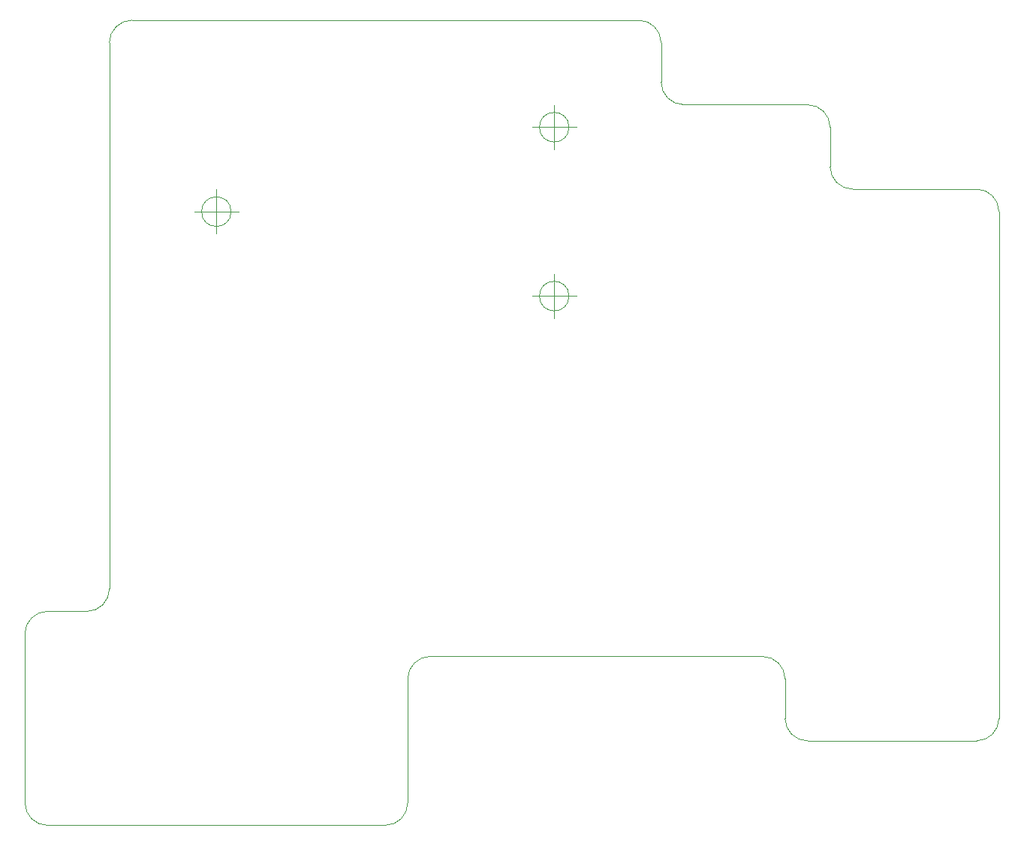
<source format=gm1>
%TF.GenerationSoftware,KiCad,Pcbnew,(6.0.4-0)*%
%TF.CreationDate,2022-03-28T14:36:41+08:00*%
%TF.ProjectId,Pragmatic,50726167-6d61-4746-9963-2e6b69636164,3*%
%TF.SameCoordinates,Original*%
%TF.FileFunction,Profile,NP*%
%FSLAX46Y46*%
G04 Gerber Fmt 4.6, Leading zero omitted, Abs format (unit mm)*
G04 Created by KiCad (PCBNEW (6.0.4-0)) date 2022-03-28 14:36:41*
%MOMM*%
%LPD*%
G01*
G04 APERTURE LIST*
%TA.AperFunction,Profile*%
%ADD10C,0.120000*%
%TD*%
G04 APERTURE END LIST*
D10*
X154940000Y-57150000D02*
G75*
G03*
X152400000Y-54610000I-2540000J0D01*
G01*
X135890000Y-52070000D02*
X135890000Y-47625000D01*
X52070000Y-102235000D02*
G75*
G03*
X54610000Y-99695000I0J2540000D01*
G01*
X116840000Y-38100000D02*
G75*
G03*
X114300000Y-35560000I-2540000J0D01*
G01*
X130810000Y-109855000D02*
G75*
G03*
X128270000Y-107315000I-2540000J0D01*
G01*
X133350000Y-116840000D02*
X152400000Y-116840000D01*
X45085000Y-123825000D02*
G75*
G03*
X47625000Y-126365000I2540000J0D01*
G01*
X128270000Y-107315000D02*
X90805000Y-107315000D01*
X154940000Y-114300000D02*
X154940000Y-57150000D01*
X57150000Y-35560000D02*
G75*
G03*
X54610000Y-38100000I0J-2540000D01*
G01*
X45085000Y-104775000D02*
X45085000Y-107315000D01*
X85725000Y-126365000D02*
G75*
G03*
X88265000Y-123825000I0J2540000D01*
G01*
X85725000Y-126365000D02*
X50165000Y-126365000D01*
X45085000Y-123825000D02*
X45085000Y-107315000D01*
X47625000Y-126365000D02*
X50165000Y-126365000D01*
X135890000Y-52070000D02*
G75*
G03*
X138430000Y-54610000I2540000J0D01*
G01*
X116840000Y-38100000D02*
X116840000Y-42545000D01*
X116840000Y-42545000D02*
G75*
G03*
X119380000Y-45085000I2540000J0D01*
G01*
X119380000Y-45085000D02*
X133350000Y-45085000D01*
X95250000Y-35560000D02*
X57150000Y-35560000D01*
X54610000Y-38100000D02*
X54610000Y-99695000D01*
X130810000Y-114300000D02*
G75*
G03*
X133350000Y-116840000I2540000J0D01*
G01*
X130810000Y-109855000D02*
X130810000Y-114300000D01*
X114300000Y-35560000D02*
X95250000Y-35560000D01*
X90805000Y-107315000D02*
G75*
G03*
X88265000Y-109855000I0J-2540000D01*
G01*
X47625000Y-102235000D02*
G75*
G03*
X45085000Y-104775000I0J-2540000D01*
G01*
X52070000Y-102235000D02*
X47625000Y-102235000D01*
X88265000Y-123825000D02*
X88265000Y-109855000D01*
X152400000Y-116840000D02*
G75*
G03*
X154940000Y-114300000I0J2540000D01*
G01*
X135890000Y-47625000D02*
G75*
G03*
X133350000Y-45085000I-2540000J0D01*
G01*
X152400000Y-54610000D02*
X138430000Y-54610000D01*
X106441666Y-47625000D02*
G75*
G03*
X106441666Y-47625000I-1666666J0D01*
G01*
X102275000Y-47625000D02*
X107275000Y-47625000D01*
X104775000Y-45125000D02*
X104775000Y-50125000D01*
X106441666Y-66675000D02*
G75*
G03*
X106441666Y-66675000I-1666666J0D01*
G01*
X102275000Y-66675000D02*
X107275000Y-66675000D01*
X104775000Y-64175000D02*
X104775000Y-69175000D01*
X106441666Y-47625000D02*
G75*
G03*
X106441666Y-47625000I-1666666J0D01*
G01*
X102275000Y-47625000D02*
X107275000Y-47625000D01*
X104775000Y-45125000D02*
X104775000Y-50125000D01*
X68341666Y-57150000D02*
G75*
G03*
X68341666Y-57150000I-1666666J0D01*
G01*
X64175000Y-57150000D02*
X69175000Y-57150000D01*
X66675000Y-54650000D02*
X66675000Y-59650000D01*
M02*

</source>
